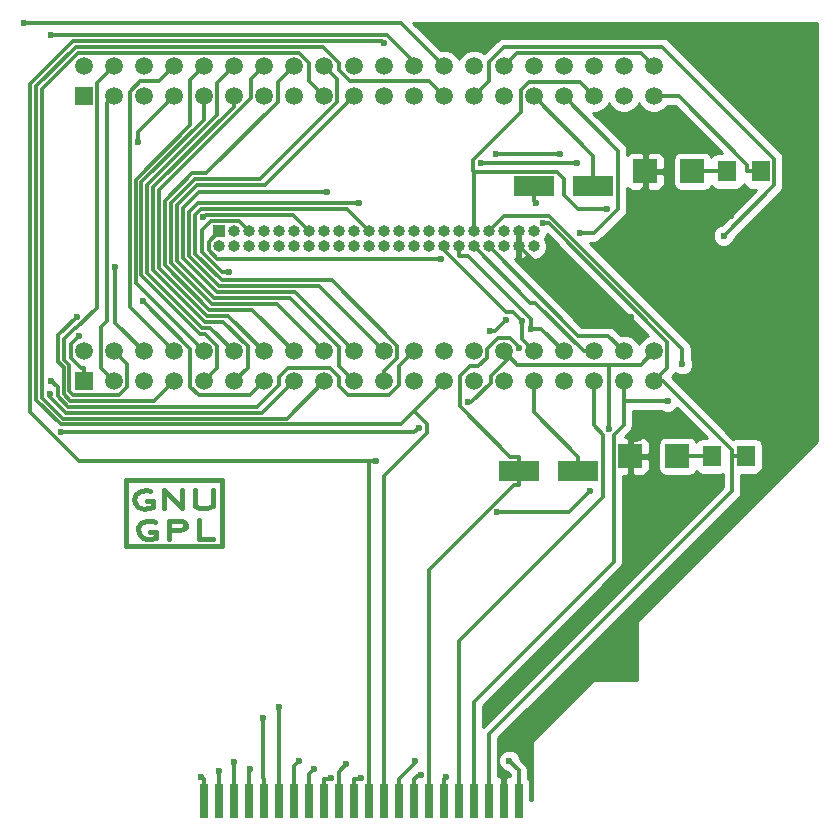
<source format=gtl>
G04 #@! TF.FileFunction,Copper,L1,Top,Signal*
%FSLAX46Y46*%
G04 Gerber Fmt 4.6, Leading zero omitted, Abs format (unit mm)*
G04 Created by KiCad (PCBNEW 4.0.2+dfsg1-stable) date Fri 01 Mar 2019 22:17:21 CET*
%MOMM*%
G01*
G04 APERTURE LIST*
%ADD10C,0.100000*%
%ADD11C,0.381000*%
%ADD12R,1.520000X1.520000*%
%ADD13C,1.520000*%
%ADD14R,0.635000X3.000000*%
%ADD15R,1.597660X1.800860*%
%ADD16R,2.000000X2.000000*%
%ADD17R,1.000000X1.000000*%
%ADD18O,1.000000X1.000000*%
%ADD19R,3.500120X1.800860*%
%ADD20C,0.600000*%
%ADD21C,0.300000*%
%ADD22C,0.254000*%
G04 APERTURE END LIST*
D10*
D11*
X141800580Y-106979720D02*
X141800580Y-108579920D01*
X141800580Y-108579920D02*
X142999460Y-108579920D01*
X139301220Y-108579920D02*
X139301220Y-107078780D01*
X139301220Y-107078780D02*
X140200380Y-107078780D01*
X140200380Y-107078780D02*
X140401040Y-107078780D01*
X140401040Y-107078780D02*
X140599160Y-107180380D01*
X140599160Y-107180380D02*
X140700760Y-107381040D01*
X140700760Y-107381040D02*
X140700760Y-107579160D01*
X140700760Y-107579160D02*
X140500100Y-107779820D01*
X140500100Y-107779820D02*
X140200380Y-107878880D01*
X140200380Y-107878880D02*
X139301220Y-107878880D01*
X138099800Y-107180380D02*
X137899140Y-107078780D01*
X137899140Y-107078780D02*
X137398760Y-107078780D01*
X137398760Y-107078780D02*
X137099040Y-107180380D01*
X137099040Y-107180380D02*
X136900920Y-107279440D01*
X136900920Y-107279440D02*
X136700260Y-107579160D01*
X136700260Y-107579160D02*
X136700260Y-107878880D01*
X136700260Y-107878880D02*
X136799320Y-108280200D01*
X136799320Y-108280200D02*
X137099040Y-108480860D01*
X137099040Y-108480860D02*
X137398760Y-108579920D01*
X137398760Y-108579920D02*
X137701020Y-108579920D01*
X137701020Y-108579920D02*
X138198860Y-108480860D01*
X138198860Y-108480860D02*
X138198860Y-107980480D01*
X138198860Y-107980480D02*
X137701020Y-107980480D01*
X141500860Y-104480360D02*
X141500860Y-105780840D01*
X141500860Y-105780840D02*
X141800580Y-105978960D01*
X141800580Y-105978960D02*
X142100300Y-105978960D01*
X142100300Y-105978960D02*
X142499080Y-105978960D01*
X142499080Y-105978960D02*
X142798800Y-105879900D01*
X142798800Y-105879900D02*
X142999460Y-105780840D01*
X142999460Y-105780840D02*
X142999460Y-104480360D01*
X138899900Y-105978960D02*
X138899900Y-104480360D01*
X138899900Y-104480360D02*
X140401040Y-105978960D01*
X140401040Y-105978960D02*
X140401040Y-104480360D01*
X137701020Y-104579420D02*
X137398760Y-104480360D01*
X137398760Y-104480360D02*
X136900920Y-104579420D01*
X136900920Y-104579420D02*
X136499600Y-104780080D01*
X136499600Y-104780080D02*
X136298940Y-105178860D01*
X136298940Y-105178860D02*
X136400540Y-105580180D01*
X136400540Y-105580180D02*
X136700260Y-105879900D01*
X136700260Y-105879900D02*
X137200640Y-106080560D01*
X137200640Y-106080560D02*
X137899140Y-105879900D01*
X137899140Y-105879900D02*
X137899140Y-105379520D01*
X137899140Y-105379520D02*
X137398760Y-105379520D01*
X135636000Y-103632000D02*
X143764000Y-103632000D01*
X143764000Y-103632000D02*
X143764000Y-109220000D01*
X143764000Y-109220000D02*
X135636000Y-109220000D01*
X135636000Y-109220000D02*
X135636000Y-103632000D01*
D12*
X132080000Y-71120000D03*
D13*
X132080000Y-68580000D03*
X134620000Y-71120000D03*
X134620000Y-68580000D03*
X137160000Y-71120000D03*
X137160000Y-68580000D03*
X139700000Y-71120000D03*
X139700000Y-68580000D03*
X142240000Y-71120000D03*
X142240000Y-68580000D03*
X144780000Y-71120000D03*
X144780000Y-68580000D03*
X147320000Y-71120000D03*
X147320000Y-68580000D03*
X149860000Y-71120000D03*
X149860000Y-68580000D03*
X152400000Y-71120000D03*
X152400000Y-68580000D03*
X154940000Y-71120000D03*
X154940000Y-68580000D03*
X157480000Y-71120000D03*
X157480000Y-68580000D03*
X160020000Y-71120000D03*
X160020000Y-68580000D03*
X162560000Y-71120000D03*
X162560000Y-68580000D03*
X165100000Y-71120000D03*
X165100000Y-68580000D03*
X167640000Y-71120000D03*
X167640000Y-68580000D03*
X170180000Y-71120000D03*
X170180000Y-68580000D03*
X172720000Y-71120000D03*
X172720000Y-68580000D03*
X175260000Y-71120000D03*
X175260000Y-68580000D03*
X177800000Y-71120000D03*
X177800000Y-68580000D03*
X180340000Y-71120000D03*
X180340000Y-68580000D03*
D14*
X142240000Y-130810000D03*
X143510000Y-130810000D03*
X144780000Y-130810000D03*
X146050000Y-130810000D03*
X147320000Y-130810000D03*
X148590000Y-130810000D03*
X149860000Y-130810000D03*
X151130000Y-130810000D03*
X152400000Y-130810000D03*
X153670000Y-130810000D03*
X154940000Y-130810000D03*
X156210000Y-130810000D03*
X157480000Y-130810000D03*
X158750000Y-130810000D03*
X160020000Y-130810000D03*
X161290000Y-130810000D03*
X162560000Y-130810000D03*
X163830000Y-130810000D03*
X165100000Y-130810000D03*
X166370000Y-130810000D03*
X167640000Y-130810000D03*
X168910000Y-130810000D03*
D15*
X185270140Y-101600000D03*
X188109860Y-101600000D03*
X186540140Y-77470000D03*
X189379860Y-77470000D03*
D16*
X182340000Y-101600000D03*
X178340000Y-101600000D03*
X183610000Y-77470000D03*
X179610000Y-77470000D03*
D12*
X132080000Y-95250000D03*
D13*
X132080000Y-92710000D03*
X134620000Y-95250000D03*
X134620000Y-92710000D03*
X137160000Y-95250000D03*
X137160000Y-92710000D03*
X139700000Y-95250000D03*
X139700000Y-92710000D03*
X142240000Y-95250000D03*
X142240000Y-92710000D03*
X144780000Y-95250000D03*
X144780000Y-92710000D03*
X147320000Y-95250000D03*
X147320000Y-92710000D03*
X149860000Y-95250000D03*
X149860000Y-92710000D03*
X152400000Y-95250000D03*
X152400000Y-92710000D03*
X154940000Y-95250000D03*
X154940000Y-92710000D03*
X157480000Y-95250000D03*
X157480000Y-92710000D03*
X160020000Y-95250000D03*
X160020000Y-92710000D03*
X162560000Y-95250000D03*
X162560000Y-92710000D03*
X165100000Y-95250000D03*
X165100000Y-92710000D03*
X167640000Y-95250000D03*
X167640000Y-92710000D03*
X170180000Y-95250000D03*
X170180000Y-92710000D03*
X172720000Y-95250000D03*
X172720000Y-92710000D03*
X175260000Y-95250000D03*
X175260000Y-92710000D03*
X177800000Y-95250000D03*
X177800000Y-92710000D03*
X180340000Y-95250000D03*
X180340000Y-92710000D03*
D17*
X143510000Y-82550000D03*
D18*
X143510000Y-83820000D03*
X144780000Y-82550000D03*
X144780000Y-83820000D03*
X146050000Y-82550000D03*
X146050000Y-83820000D03*
X147320000Y-82550000D03*
X147320000Y-83820000D03*
X148590000Y-82550000D03*
X148590000Y-83820000D03*
X149860000Y-82550000D03*
X149860000Y-83820000D03*
X151130000Y-82550000D03*
X151130000Y-83820000D03*
X152400000Y-82550000D03*
X152400000Y-83820000D03*
X153670000Y-82550000D03*
X153670000Y-83820000D03*
X154940000Y-82550000D03*
X154940000Y-83820000D03*
X156210000Y-82550000D03*
X156210000Y-83820000D03*
X157480000Y-82550000D03*
X157480000Y-83820000D03*
X158750000Y-82550000D03*
X158750000Y-83820000D03*
X160020000Y-82550000D03*
X160020000Y-83820000D03*
X161290000Y-82550000D03*
X161290000Y-83820000D03*
X162560000Y-82550000D03*
X162560000Y-83820000D03*
X163830000Y-82550000D03*
X163830000Y-83820000D03*
X165100000Y-82550000D03*
X165100000Y-83820000D03*
X166370000Y-82550000D03*
X166370000Y-83820000D03*
X167640000Y-82550000D03*
X167640000Y-83820000D03*
X168910000Y-82550000D03*
X168910000Y-83820000D03*
X170180000Y-82550000D03*
X170180000Y-83820000D03*
D19*
X170220640Y-78740000D03*
X175219360Y-78740000D03*
X168950640Y-102870000D03*
X173949360Y-102870000D03*
D20*
X170934700Y-81874400D03*
X131665800Y-91427400D03*
X142006200Y-128787600D03*
X162351700Y-84885400D03*
X143510000Y-128248500D03*
X144780000Y-127454200D03*
X144335600Y-85995400D03*
X136662500Y-75021900D03*
X131469900Y-89771800D03*
X146167000Y-128088200D03*
X147210600Y-123794900D03*
X148590000Y-122860700D03*
X137072900Y-88469300D03*
X142204100Y-81373900D03*
X150316800Y-127390600D03*
X151552800Y-128049000D03*
X129211900Y-96325700D03*
X153017200Y-128853600D03*
X154284700Y-127694200D03*
X155557000Y-128853600D03*
X156824200Y-101985800D03*
X157494200Y-66637700D03*
X160102400Y-127418900D03*
X167098000Y-106321700D03*
X174957300Y-104517900D03*
X186242600Y-82915100D03*
X160585400Y-128563300D03*
X167827300Y-90042200D03*
X166461500Y-90993900D03*
X170378200Y-80148300D03*
X168907000Y-92430400D03*
X162733600Y-128786100D03*
X166989600Y-75980600D03*
X172358800Y-75980600D03*
X174065200Y-82730600D03*
X176371100Y-80639100D03*
X182753600Y-93804500D03*
X181498100Y-96959000D03*
X167640000Y-128798000D03*
X179000700Y-79429700D03*
X179083200Y-100054900D03*
X186892900Y-81224100D03*
X178432400Y-89783300D03*
X164570800Y-97030800D03*
X168102900Y-127363500D03*
X176511600Y-99317500D03*
X134722300Y-85542800D03*
X152681300Y-79220300D03*
X155416700Y-80127100D03*
X129338500Y-95197600D03*
X129338500Y-65944200D03*
X160436900Y-99169900D03*
X130163000Y-99557800D03*
X126973300Y-64949500D03*
X169173800Y-90123800D03*
X169971600Y-90811900D03*
X173857600Y-76750700D03*
X165701300Y-76750700D03*
D21*
X182340000Y-101600000D02*
X185270100Y-101600000D01*
X188109900Y-101600000D02*
X186960800Y-101600000D01*
X186960800Y-104556100D02*
X186960800Y-101600000D01*
X166370000Y-125146900D02*
X186960800Y-104556100D01*
X166370000Y-130810000D02*
X166370000Y-125146900D01*
X181124300Y-95250000D02*
X180340000Y-95250000D01*
X186960800Y-101086500D02*
X181124300Y-95250000D01*
X186960800Y-101600000D02*
X186960800Y-101086500D01*
X171443200Y-81874400D02*
X170934700Y-81874400D01*
X181469400Y-91900600D02*
X171443200Y-81874400D01*
X181469400Y-94120600D02*
X181469400Y-91900600D01*
X180340000Y-95250000D02*
X181469400Y-94120600D01*
X183610000Y-77470000D02*
X186540100Y-77470000D01*
X182455300Y-71120000D02*
X180340000Y-71120000D01*
X188230800Y-76895500D02*
X182455300Y-71120000D01*
X188230800Y-77470000D02*
X188230800Y-76895500D01*
X189379900Y-77470000D02*
X188230800Y-77470000D01*
X176492200Y-91402200D02*
X177800000Y-92710000D01*
X173952200Y-91402200D02*
X176492200Y-91402200D01*
X166370000Y-83820000D02*
X173952200Y-91402200D01*
X130969600Y-92123600D02*
X131665800Y-91427400D01*
X130969600Y-93265400D02*
X130969600Y-92123600D01*
X131843900Y-94139700D02*
X130969600Y-93265400D01*
X132080000Y-94139700D02*
X131843900Y-94139700D01*
X132080000Y-95250000D02*
X132080000Y-94139700D01*
X142240000Y-130810000D02*
X142240000Y-128959700D01*
X142178300Y-128959700D02*
X142240000Y-128959700D01*
X142006200Y-128787600D02*
X142178300Y-128959700D01*
X143372800Y-84885400D02*
X162351700Y-84885400D01*
X142640700Y-84153300D02*
X143372800Y-84885400D01*
X142640700Y-83419300D02*
X142640700Y-84153300D01*
X143510000Y-82550000D02*
X142640700Y-83419300D01*
X134072000Y-71668000D02*
X134620000Y-71120000D01*
X134072000Y-90106000D02*
X134072000Y-71668000D01*
X133508700Y-90669300D02*
X134072000Y-90106000D01*
X133508700Y-94138700D02*
X133508700Y-90669300D01*
X134620000Y-95250000D02*
X133508700Y-94138700D01*
X143510000Y-128248500D02*
X143510000Y-130810000D01*
X144780000Y-130810000D02*
X144780000Y-127454200D01*
X145185200Y-81685200D02*
X146050000Y-82550000D01*
X142879400Y-81685200D02*
X145185200Y-81685200D01*
X142121300Y-82443300D02*
X142879400Y-81685200D01*
X142121300Y-84341600D02*
X142121300Y-82443300D01*
X143775100Y-85995400D02*
X142121300Y-84341600D01*
X144335600Y-85995400D02*
X143775100Y-85995400D01*
X136662500Y-74157500D02*
X136662500Y-75021900D01*
X139700000Y-71120000D02*
X136662500Y-74157500D01*
X138043800Y-96906200D02*
X139700000Y-95250000D01*
X130948400Y-96906200D02*
X138043800Y-96906200D01*
X130362600Y-96320400D02*
X130948400Y-96906200D01*
X130362600Y-94073600D02*
X130362600Y-96320400D01*
X129927300Y-93638300D02*
X130362600Y-94073600D01*
X129927300Y-91314400D02*
X129927300Y-93638300D01*
X131469900Y-89771800D02*
X129927300Y-91314400D01*
X146050000Y-128205200D02*
X146167000Y-128088200D01*
X146050000Y-130810000D02*
X146050000Y-128205200D01*
X143351100Y-94138900D02*
X142240000Y-95250000D01*
X143351100Y-92239300D02*
X143351100Y-94138900D01*
X142315800Y-91204000D02*
X143351100Y-92239300D01*
X141889300Y-91204000D02*
X142315800Y-91204000D01*
X136954500Y-86269200D02*
X141889300Y-91204000D01*
X136954500Y-78412600D02*
X136954500Y-86269200D01*
X142240000Y-73127100D02*
X136954500Y-78412600D01*
X142240000Y-71120000D02*
X142240000Y-73127100D01*
X147210600Y-128850300D02*
X147320000Y-128959700D01*
X147210600Y-123794900D02*
X147210600Y-128850300D01*
X147320000Y-130810000D02*
X147320000Y-128959700D01*
X144780000Y-72002100D02*
X144780000Y-71120000D01*
X137955100Y-78827000D02*
X144780000Y-72002100D01*
X137955100Y-85854800D02*
X137955100Y-78827000D01*
X142303700Y-90203400D02*
X137955100Y-85854800D01*
X143859700Y-90203400D02*
X142303700Y-90203400D01*
X145942800Y-92286500D02*
X143859700Y-90203400D01*
X145942800Y-94087200D02*
X145942800Y-92286500D01*
X144780000Y-95250000D02*
X145942800Y-94087200D01*
X148590000Y-130810000D02*
X148590000Y-122860700D01*
X141106500Y-92502900D02*
X137072900Y-88469300D01*
X141106500Y-95698800D02*
X141106500Y-92502900D01*
X141813100Y-96405400D02*
X141106500Y-95698800D01*
X146164600Y-96405400D02*
X141813100Y-96405400D01*
X147320000Y-95250000D02*
X146164600Y-96405400D01*
X149860000Y-127847400D02*
X149860000Y-130810000D01*
X150316800Y-127390600D02*
X149860000Y-127847400D01*
X142404100Y-81173900D02*
X142204100Y-81373900D01*
X149753900Y-81173900D02*
X142404100Y-81173900D01*
X151130000Y-82550000D02*
X149753900Y-81173900D01*
X151130000Y-128471800D02*
X151552800Y-128049000D01*
X151130000Y-130810000D02*
X151130000Y-128471800D01*
X147203200Y-97906800D02*
X149860000Y-95250000D01*
X130534000Y-97906800D02*
X147203200Y-97906800D01*
X129211900Y-96584700D02*
X130534000Y-97906800D01*
X129211900Y-96325700D02*
X129211900Y-96584700D01*
X152911100Y-128959700D02*
X153017200Y-128853600D01*
X152400000Y-128959700D02*
X152911100Y-128959700D01*
X152400000Y-130810000D02*
X152400000Y-128959700D01*
X149242900Y-98407100D02*
X152400000Y-95250000D01*
X130326800Y-98407100D02*
X149242900Y-98407100D01*
X128561600Y-96641900D02*
X130326800Y-98407100D01*
X128561600Y-70483000D02*
X128561600Y-96641900D01*
X131595400Y-67449200D02*
X128561600Y-70483000D01*
X150300200Y-67449200D02*
X131595400Y-67449200D01*
X151130000Y-68279000D02*
X150300200Y-67449200D01*
X151130000Y-69850000D02*
X151130000Y-68279000D01*
X152400000Y-71120000D02*
X151130000Y-69850000D01*
X153670000Y-128308900D02*
X154284700Y-127694200D01*
X153670000Y-130810000D02*
X153670000Y-128308900D01*
X153670000Y-93980000D02*
X154940000Y-95250000D01*
X153670000Y-92351700D02*
X153670000Y-93980000D01*
X149520500Y-88202200D02*
X153670000Y-92351700D01*
X143132500Y-88202200D02*
X149520500Y-88202200D01*
X139956300Y-85026000D02*
X143132500Y-88202200D01*
X139956300Y-80363300D02*
X139956300Y-85026000D01*
X141693400Y-78626200D02*
X139956300Y-80363300D01*
X147433800Y-78626200D02*
X141693400Y-78626200D01*
X154940000Y-71120000D02*
X147433800Y-78626200D01*
X155450900Y-128959700D02*
X155557000Y-128853600D01*
X154940000Y-128959700D02*
X155450900Y-128959700D01*
X154940000Y-130810000D02*
X154940000Y-128959700D01*
X157480000Y-94411400D02*
X157480000Y-95250000D01*
X158595800Y-93295600D02*
X157480000Y-94411400D01*
X158595800Y-92230300D02*
X158595800Y-93295600D01*
X153060600Y-86695100D02*
X158595800Y-92230300D01*
X143748100Y-86695100D02*
X153060600Y-86695100D01*
X141523200Y-84470200D02*
X143748100Y-86695100D01*
X141523200Y-81135100D02*
X141523200Y-84470200D01*
X141984800Y-80673500D02*
X141523200Y-81135100D01*
X154333500Y-80673500D02*
X141984800Y-80673500D01*
X156210000Y-82550000D02*
X154333500Y-80673500D01*
X156210000Y-130810000D02*
X156210000Y-128959700D01*
X156210000Y-101985800D02*
X156210000Y-128959700D01*
X131671400Y-101985800D02*
X156210000Y-101985800D01*
X127561000Y-97875400D02*
X131671400Y-101985800D01*
X127561000Y-70068100D02*
X127561000Y-97875400D01*
X131184600Y-66444500D02*
X127561000Y-70068100D01*
X157301000Y-66444500D02*
X131184600Y-66444500D01*
X157494200Y-66637700D02*
X157301000Y-66444500D01*
X156210000Y-101985800D02*
X156824200Y-101985800D01*
X157480000Y-103238300D02*
X157480000Y-130810000D01*
X161110800Y-99607500D02*
X157480000Y-103238300D01*
X161110800Y-98827300D02*
X161110800Y-99607500D01*
X160046800Y-97763200D02*
X161110800Y-98827300D01*
X158902600Y-98907400D02*
X160046800Y-97763200D01*
X130119600Y-98907400D02*
X158902600Y-98907400D01*
X128061300Y-96849100D02*
X130119600Y-98907400D01*
X128061300Y-70275800D02*
X128061300Y-96849100D01*
X131388200Y-66948900D02*
X128061300Y-70275800D01*
X152349700Y-66948900D02*
X131388200Y-66948900D01*
X153670000Y-68269200D02*
X152349700Y-66948900D01*
X153670000Y-68918600D02*
X153670000Y-68269200D01*
X154601400Y-69850000D02*
X153670000Y-68918600D01*
X161290000Y-69850000D02*
X154601400Y-69850000D01*
X162560000Y-71120000D02*
X161290000Y-69850000D01*
X160046800Y-97763200D02*
X162560000Y-95250000D01*
X158750000Y-130810000D02*
X158750000Y-128959700D01*
X160102400Y-127607300D02*
X160102400Y-127418900D01*
X158750000Y-128959700D02*
X160102400Y-127607300D01*
X173153500Y-106321700D02*
X174957300Y-104517900D01*
X167098000Y-106321700D02*
X173153500Y-106321700D01*
X166370000Y-69850000D02*
X165100000Y-71120000D01*
X166370000Y-68217800D02*
X166370000Y-69850000D01*
X167660000Y-66927800D02*
X166370000Y-68217800D01*
X181053300Y-66927800D02*
X167660000Y-66927800D01*
X190529100Y-76403600D02*
X181053300Y-66927800D01*
X190529100Y-78628600D02*
X190529100Y-76403600D01*
X186242600Y-82915100D02*
X190529100Y-78628600D01*
X160020000Y-130810000D02*
X160020000Y-128959700D01*
X160416400Y-128563300D02*
X160585400Y-128563300D01*
X160020000Y-128959700D02*
X160416400Y-128563300D01*
X166875600Y-90993900D02*
X166461500Y-90993900D01*
X167827300Y-90042200D02*
X166875600Y-90993900D01*
X170220600Y-78740000D02*
X170220600Y-79990700D01*
X170220600Y-79990700D02*
X170378200Y-80148300D01*
X168950600Y-103495300D02*
X168950600Y-103995600D01*
X168950600Y-103495300D02*
X168950600Y-102870000D01*
X168950600Y-102870000D02*
X168950600Y-101619300D01*
X168907000Y-92352500D02*
X168907000Y-92430400D01*
X168149200Y-91594700D02*
X168907000Y-92352500D01*
X167117300Y-91594700D02*
X168149200Y-91594700D01*
X166210400Y-92501600D02*
X167117300Y-91594700D01*
X166210400Y-93253400D02*
X166210400Y-92501600D01*
X165483800Y-93980000D02*
X166210400Y-93253400D01*
X164757000Y-93980000D02*
X165483800Y-93980000D01*
X163920000Y-94817000D02*
X164757000Y-93980000D01*
X163920000Y-97341200D02*
X163920000Y-94817000D01*
X168198100Y-101619300D02*
X163920000Y-97341200D01*
X168950600Y-101619300D02*
X168198100Y-101619300D01*
X161290000Y-111210100D02*
X161290000Y-130810000D01*
X168504500Y-103995600D02*
X161290000Y-111210100D01*
X168950600Y-103995600D02*
X168504500Y-103995600D01*
X162560000Y-130810000D02*
X162560000Y-128959700D01*
X162560000Y-128959700D02*
X162733600Y-128786100D01*
X172358800Y-75980600D02*
X166989600Y-75980600D01*
X175267500Y-82730600D02*
X174065200Y-82730600D01*
X177322300Y-80675800D02*
X175267500Y-82730600D01*
X177322300Y-75722300D02*
X177322300Y-80675800D01*
X172720000Y-71120000D02*
X177322300Y-75722300D01*
X165100000Y-82550000D02*
X165100000Y-81699700D01*
X165100000Y-77489200D02*
X165100000Y-81699700D01*
X165051000Y-77440200D02*
X165100000Y-77489200D01*
X165051000Y-76481400D02*
X165051000Y-77440200D01*
X169069600Y-72462800D02*
X165051000Y-76481400D01*
X169069600Y-70617300D02*
X169069600Y-72462800D01*
X169741000Y-69945900D02*
X169069600Y-70617300D01*
X174085900Y-69945900D02*
X169741000Y-69945900D01*
X175260000Y-71120000D02*
X174085900Y-69945900D01*
X173921500Y-80639100D02*
X176371100Y-80639100D01*
X172720000Y-79437600D02*
X173921500Y-80639100D01*
X172720000Y-78093500D02*
X172720000Y-79437600D01*
X172115700Y-77489200D02*
X172720000Y-78093500D01*
X165100000Y-77489200D02*
X172115700Y-77489200D01*
X163830000Y-117254500D02*
X163830000Y-130810000D01*
X176049900Y-105034600D02*
X163830000Y-117254500D01*
X176049900Y-99775400D02*
X176049900Y-105034600D01*
X175260000Y-98985500D02*
X176049900Y-99775400D01*
X175260000Y-95250000D02*
X175260000Y-98985500D01*
X165100000Y-130810000D02*
X165100000Y-128959700D01*
X181498100Y-96959000D02*
X177800000Y-96959000D01*
X177800000Y-98948800D02*
X177800000Y-96959000D01*
X176960100Y-99788700D02*
X177800000Y-98948800D01*
X176960100Y-110541000D02*
X176960100Y-99788700D01*
X165100000Y-122401100D02*
X176960100Y-110541000D01*
X165100000Y-128959700D02*
X165100000Y-122401100D01*
X177800000Y-96959000D02*
X177800000Y-95250000D01*
X167695900Y-81224100D02*
X166370000Y-82550000D01*
X171500400Y-81224100D02*
X167695900Y-81224100D01*
X182753600Y-92477300D02*
X171500400Y-81224100D01*
X182753600Y-93804500D02*
X182753600Y-92477300D01*
X167640000Y-130810000D02*
X167640000Y-128798000D01*
X179610000Y-77470000D02*
X179610000Y-78820300D01*
X179000700Y-79429600D02*
X179610000Y-78820300D01*
X179000700Y-79429700D02*
X179000700Y-79429600D01*
X178888400Y-100249700D02*
X179083200Y-100054900D01*
X178340000Y-100249700D02*
X178888400Y-100249700D01*
X178340000Y-101600000D02*
X178340000Y-100249700D01*
X174873300Y-89783300D02*
X178432400Y-89783300D01*
X168910000Y-83820000D02*
X174873300Y-89783300D01*
X180795100Y-81224100D02*
X186892900Y-81224100D01*
X179000700Y-79429700D02*
X180795100Y-81224100D01*
X168124800Y-93194800D02*
X167640000Y-92710000D01*
X168910000Y-128170600D02*
X168910000Y-130810000D01*
X168102900Y-127363500D02*
X168910000Y-128170600D01*
X176511600Y-93833300D02*
X176511600Y-99317500D01*
X179216700Y-93833300D02*
X176511600Y-93833300D01*
X180340000Y-92710000D02*
X179216700Y-93833300D01*
X168763300Y-93833300D02*
X168124800Y-93194800D01*
X176511600Y-93833300D02*
X168763300Y-93833300D01*
X164900800Y-97030800D02*
X164570800Y-97030800D01*
X166529600Y-95402000D02*
X164900800Y-97030800D01*
X166529600Y-94790000D02*
X166529600Y-95402000D01*
X168124800Y-93194800D02*
X166529600Y-94790000D01*
X179214200Y-67454200D02*
X180340000Y-68580000D01*
X168765800Y-67454200D02*
X179214200Y-67454200D01*
X167640000Y-68580000D02*
X168765800Y-67454200D01*
X133190400Y-70009600D02*
X134620000Y-68580000D01*
X133190400Y-89035000D02*
X133190400Y-70009600D01*
X131448400Y-90777000D02*
X133190400Y-89035000D01*
X131339200Y-90777000D02*
X131448400Y-90777000D01*
X130427600Y-91688600D02*
X131339200Y-90777000D01*
X130427600Y-93431100D02*
X130427600Y-91688600D01*
X130862900Y-93866400D02*
X130427600Y-93431100D01*
X130862900Y-96113200D02*
X130862900Y-93866400D01*
X131155600Y-96405900D02*
X130862900Y-96113200D01*
X135056300Y-96405900D02*
X131155600Y-96405900D01*
X135733800Y-95728400D02*
X135056300Y-96405900D01*
X135733800Y-93823800D02*
X135733800Y-95728400D01*
X134620000Y-92710000D02*
X135733800Y-93823800D01*
X134722300Y-90272300D02*
X134722300Y-85542800D01*
X137160000Y-92710000D02*
X134722300Y-90272300D01*
X138430000Y-69850000D02*
X139700000Y-68580000D01*
X136817000Y-69850000D02*
X138430000Y-69850000D01*
X135947900Y-70719100D02*
X136817000Y-69850000D01*
X135947900Y-88957900D02*
X135947900Y-70719100D01*
X139700000Y-92710000D02*
X135947900Y-88957900D01*
X136454200Y-86924200D02*
X142240000Y-92710000D01*
X136454200Y-78205400D02*
X136454200Y-86924200D01*
X141104100Y-73555500D02*
X136454200Y-78205400D01*
X141104100Y-69715900D02*
X141104100Y-73555500D01*
X142240000Y-68580000D02*
X141104100Y-69715900D01*
X142773700Y-90703700D02*
X144780000Y-92710000D01*
X142096500Y-90703700D02*
X142773700Y-90703700D01*
X137454800Y-86062000D02*
X142096500Y-90703700D01*
X137454800Y-78619800D02*
X137454800Y-86062000D01*
X143357200Y-72717400D02*
X137454800Y-78619800D01*
X143357200Y-70002800D02*
X143357200Y-72717400D01*
X144780000Y-68580000D02*
X143357200Y-70002800D01*
X146209600Y-69690400D02*
X147320000Y-68580000D01*
X146209600Y-71280000D02*
X146209600Y-69690400D01*
X138455400Y-79034200D02*
X146209600Y-71280000D01*
X138455400Y-85647600D02*
X138455400Y-79034200D01*
X142510900Y-89703100D02*
X138455400Y-85647600D01*
X144313100Y-89703100D02*
X142510900Y-89703100D01*
X147320000Y-92710000D02*
X144313100Y-89703100D01*
X148493200Y-69946800D02*
X149860000Y-68580000D01*
X148493200Y-71560900D02*
X148493200Y-69946800D01*
X142428700Y-77625400D02*
X148493200Y-71560900D01*
X141279200Y-77625400D02*
X142428700Y-77625400D01*
X138955700Y-79948900D02*
X141279200Y-77625400D01*
X138955700Y-85440400D02*
X138955700Y-79948900D01*
X142718100Y-89202800D02*
X138955700Y-85440400D01*
X146352800Y-89202800D02*
X142718100Y-89202800D01*
X149860000Y-92710000D02*
X146352800Y-89202800D01*
X153511200Y-69691200D02*
X152400000Y-68580000D01*
X153511200Y-71596600D02*
X153511200Y-69691200D01*
X146982100Y-78125700D02*
X153511200Y-71596600D01*
X141486400Y-78125700D02*
X146982100Y-78125700D01*
X139456000Y-80156100D02*
X141486400Y-78125700D01*
X139456000Y-85233200D02*
X139456000Y-80156100D01*
X142925300Y-88702500D02*
X139456000Y-85233200D01*
X148392500Y-88702500D02*
X142925300Y-88702500D01*
X152400000Y-92710000D02*
X148392500Y-88702500D01*
X149931900Y-87701900D02*
X154940000Y-92710000D01*
X143339700Y-87701900D02*
X149931900Y-87701900D01*
X140456600Y-84818800D02*
X143339700Y-87701900D01*
X140456600Y-80592700D02*
X140456600Y-84818800D01*
X141829000Y-79220300D02*
X140456600Y-80592700D01*
X152681300Y-79220300D02*
X141829000Y-79220300D01*
X151971600Y-87201600D02*
X157480000Y-92710000D01*
X143546900Y-87201600D02*
X151971600Y-87201600D01*
X140956900Y-84611600D02*
X143546900Y-87201600D01*
X140956900Y-80897500D02*
X140956900Y-84611600D01*
X141727300Y-80127100D02*
X140956900Y-80897500D01*
X155416700Y-80127100D02*
X141727300Y-80127100D01*
X157720400Y-65944200D02*
X129338500Y-65944200D01*
X160020000Y-68243800D02*
X157720400Y-65944200D01*
X160020000Y-68580000D02*
X160020000Y-68243800D01*
X129862300Y-95721400D02*
X129338500Y-95197600D01*
X129862300Y-96527600D02*
X129862300Y-95721400D01*
X130741200Y-97406500D02*
X129862300Y-96527600D01*
X146749800Y-97406500D02*
X130741200Y-97406500D01*
X148590000Y-95566300D02*
X146749800Y-97406500D01*
X148590000Y-94906900D02*
X148590000Y-95566300D01*
X149357300Y-94139600D02*
X148590000Y-94906900D01*
X152888100Y-94139600D02*
X149357300Y-94139600D01*
X153670000Y-94921500D02*
X152888100Y-94139600D01*
X153670000Y-95622800D02*
X153670000Y-94921500D01*
X154445200Y-96398000D02*
X153670000Y-95622800D01*
X157912600Y-96398000D02*
X154445200Y-96398000D01*
X158778000Y-95532600D02*
X157912600Y-96398000D01*
X158778000Y-93952000D02*
X158778000Y-95532600D01*
X160020000Y-92710000D02*
X158778000Y-93952000D01*
X158929500Y-64949500D02*
X162560000Y-68580000D01*
X126973300Y-64949500D02*
X158929500Y-64949500D01*
X160049000Y-99557800D02*
X160436900Y-99169900D01*
X130163000Y-99557800D02*
X160049000Y-99557800D01*
X162560000Y-84118800D02*
X162560000Y-83820000D01*
X167833100Y-89391900D02*
X162560000Y-84118800D01*
X168441900Y-89391900D02*
X167833100Y-89391900D01*
X169173800Y-90123800D02*
X168441900Y-89391900D01*
X169173800Y-91703800D02*
X169173800Y-90123800D01*
X170180000Y-92710000D02*
X169173800Y-91703800D01*
X163830000Y-83820000D02*
X163830000Y-84670300D01*
X170821900Y-90811900D02*
X172720000Y-92710000D01*
X169971600Y-90811900D02*
X170821900Y-90811900D01*
X164640000Y-84670300D02*
X163830000Y-84670300D01*
X169971600Y-90001900D02*
X164640000Y-84670300D01*
X169971600Y-90811900D02*
X169971600Y-90001900D01*
X174397000Y-92710000D02*
X175260000Y-92710000D01*
X170289400Y-88602400D02*
X174397000Y-92710000D01*
X169882400Y-88602400D02*
X170289400Y-88602400D01*
X165100000Y-83820000D02*
X169882400Y-88602400D01*
X170180000Y-97849900D02*
X170180000Y-95250000D01*
X173949400Y-101619300D02*
X170180000Y-97849900D01*
X173949400Y-102870000D02*
X173949400Y-101619300D01*
X175219400Y-78740000D02*
X175219400Y-77489300D01*
X175219400Y-76159400D02*
X170180000Y-71120000D01*
X175219400Y-77489300D02*
X175219400Y-76159400D01*
X165701300Y-76750700D02*
X173857600Y-76750700D01*
D22*
G36*
X194183000Y-100277394D02*
X178980197Y-115480197D01*
X178952334Y-115522211D01*
X178943000Y-115570000D01*
X178943000Y-120523000D01*
X175260000Y-120523000D01*
X175210590Y-120533006D01*
X175170197Y-120560197D01*
X170090197Y-125640197D01*
X170062334Y-125682211D01*
X170053000Y-125730000D01*
X170053000Y-130683000D01*
X169874940Y-130683000D01*
X169874940Y-129310000D01*
X169830662Y-129074683D01*
X169695000Y-128863858D01*
X169695000Y-128170600D01*
X169635245Y-127870194D01*
X169465079Y-127615521D01*
X169038053Y-127188495D01*
X169038062Y-127178333D01*
X168896017Y-126834557D01*
X168633227Y-126571308D01*
X168289699Y-126428662D01*
X167917733Y-126428338D01*
X167573957Y-126570383D01*
X167310708Y-126833173D01*
X167168062Y-127176701D01*
X167167738Y-127548667D01*
X167309783Y-127892443D01*
X167572573Y-128155692D01*
X167916101Y-128298338D01*
X167927590Y-128298348D01*
X168125000Y-128495758D01*
X168125000Y-128692062D01*
X168083809Y-128675000D01*
X167925750Y-128675000D01*
X167767000Y-128833750D01*
X167767000Y-130683000D01*
X167513000Y-130683000D01*
X167513000Y-128833750D01*
X167354250Y-128675000D01*
X167196191Y-128675000D01*
X167155000Y-128692062D01*
X167155000Y-125472058D01*
X187515879Y-105111179D01*
X187686045Y-104856506D01*
X187745801Y-104556100D01*
X187745800Y-104556095D01*
X187745800Y-103147870D01*
X188908690Y-103147870D01*
X189144007Y-103103592D01*
X189360131Y-102964520D01*
X189505121Y-102752320D01*
X189556130Y-102500430D01*
X189556130Y-100699570D01*
X189511852Y-100464253D01*
X189372780Y-100248129D01*
X189160580Y-100103139D01*
X188908690Y-100052130D01*
X187311030Y-100052130D01*
X187080050Y-100095592D01*
X181842308Y-94857850D01*
X182024479Y-94675679D01*
X182135803Y-94509069D01*
X182223273Y-94596692D01*
X182566801Y-94739338D01*
X182938767Y-94739662D01*
X183282543Y-94597617D01*
X183545792Y-94334827D01*
X183688438Y-93991299D01*
X183688762Y-93619333D01*
X183546717Y-93275557D01*
X183538600Y-93267426D01*
X183538600Y-92477300D01*
X183492439Y-92245233D01*
X183478845Y-92176893D01*
X183308679Y-91922221D01*
X174902058Y-83515600D01*
X175267500Y-83515600D01*
X175567907Y-83455845D01*
X175822579Y-83285679D01*
X177877379Y-81230879D01*
X178047545Y-80976207D01*
X178107300Y-80675800D01*
X178107300Y-78865326D01*
X178250302Y-79008327D01*
X178483691Y-79105000D01*
X179324250Y-79105000D01*
X179483000Y-78946250D01*
X179483000Y-77597000D01*
X179737000Y-77597000D01*
X179737000Y-78946250D01*
X179895750Y-79105000D01*
X180736309Y-79105000D01*
X180969698Y-79008327D01*
X181148327Y-78829699D01*
X181245000Y-78596310D01*
X181245000Y-77755750D01*
X181086250Y-77597000D01*
X179737000Y-77597000D01*
X179483000Y-77597000D01*
X179463000Y-77597000D01*
X179463000Y-77343000D01*
X179483000Y-77343000D01*
X179483000Y-75993750D01*
X179737000Y-75993750D01*
X179737000Y-77343000D01*
X181086250Y-77343000D01*
X181245000Y-77184250D01*
X181245000Y-76343690D01*
X181148327Y-76110301D01*
X180969698Y-75931673D01*
X180736309Y-75835000D01*
X179895750Y-75835000D01*
X179737000Y-75993750D01*
X179483000Y-75993750D01*
X179324250Y-75835000D01*
X178483691Y-75835000D01*
X178250302Y-75931673D01*
X178107300Y-76074674D01*
X178107300Y-75722300D01*
X178049984Y-75434155D01*
X178047545Y-75421893D01*
X177877379Y-75167221D01*
X175225129Y-72514971D01*
X175536265Y-72515242D01*
X176049172Y-72303313D01*
X176441934Y-71911236D01*
X176529954Y-71699262D01*
X176616687Y-71909172D01*
X177008764Y-72301934D01*
X177521300Y-72514758D01*
X178076265Y-72515242D01*
X178589172Y-72303313D01*
X178981934Y-71911236D01*
X179069954Y-71699262D01*
X179156687Y-71909172D01*
X179548764Y-72301934D01*
X180061300Y-72514758D01*
X180616265Y-72515242D01*
X181129172Y-72303313D01*
X181521934Y-71911236D01*
X181524523Y-71905000D01*
X182130142Y-71905000D01*
X186147272Y-75922130D01*
X185741310Y-75922130D01*
X185505993Y-75966408D01*
X185289869Y-76105480D01*
X185207549Y-76225960D01*
X185074090Y-76018559D01*
X184861890Y-75873569D01*
X184610000Y-75822560D01*
X182610000Y-75822560D01*
X182374683Y-75866838D01*
X182158559Y-76005910D01*
X182013569Y-76218110D01*
X181962560Y-76470000D01*
X181962560Y-78470000D01*
X182006838Y-78705317D01*
X182145910Y-78921441D01*
X182358110Y-79066431D01*
X182610000Y-79117440D01*
X184610000Y-79117440D01*
X184845317Y-79073162D01*
X185061441Y-78934090D01*
X185206431Y-78721890D01*
X185207976Y-78714262D01*
X185277220Y-78821871D01*
X185489420Y-78966861D01*
X185741310Y-79017870D01*
X187338970Y-79017870D01*
X187574287Y-78973592D01*
X187790411Y-78834520D01*
X187935401Y-78622320D01*
X187959030Y-78505634D01*
X187977868Y-78605747D01*
X188116940Y-78821871D01*
X188329140Y-78966861D01*
X188581030Y-79017870D01*
X189029672Y-79017870D01*
X186067595Y-81979947D01*
X186057433Y-81979938D01*
X185713657Y-82121983D01*
X185450408Y-82384773D01*
X185307762Y-82728301D01*
X185307438Y-83100267D01*
X185449483Y-83444043D01*
X185712273Y-83707292D01*
X186055801Y-83849938D01*
X186427767Y-83850262D01*
X186771543Y-83708217D01*
X187034792Y-83445427D01*
X187177438Y-83101899D01*
X187177448Y-83090410D01*
X191084179Y-79183679D01*
X191115240Y-79137193D01*
X191254345Y-78929006D01*
X191314100Y-78628600D01*
X191314100Y-76403600D01*
X191254345Y-76103194D01*
X191084179Y-75848521D01*
X181608379Y-66372721D01*
X181353707Y-66202555D01*
X181053300Y-66142800D01*
X167660000Y-66142800D01*
X167359594Y-66202555D01*
X167104921Y-66372721D01*
X167104919Y-66372724D01*
X165985324Y-67492318D01*
X165891236Y-67398066D01*
X165378700Y-67185242D01*
X164823735Y-67184758D01*
X164310828Y-67396687D01*
X163918066Y-67788764D01*
X163830046Y-68000738D01*
X163743313Y-67790828D01*
X163351236Y-67398066D01*
X162838700Y-67185242D01*
X162283735Y-67184758D01*
X162277495Y-67187337D01*
X159987158Y-64897000D01*
X194183000Y-64897000D01*
X194183000Y-100277394D01*
X194183000Y-100277394D01*
G37*
X194183000Y-100277394D02*
X178980197Y-115480197D01*
X178952334Y-115522211D01*
X178943000Y-115570000D01*
X178943000Y-120523000D01*
X175260000Y-120523000D01*
X175210590Y-120533006D01*
X175170197Y-120560197D01*
X170090197Y-125640197D01*
X170062334Y-125682211D01*
X170053000Y-125730000D01*
X170053000Y-130683000D01*
X169874940Y-130683000D01*
X169874940Y-129310000D01*
X169830662Y-129074683D01*
X169695000Y-128863858D01*
X169695000Y-128170600D01*
X169635245Y-127870194D01*
X169465079Y-127615521D01*
X169038053Y-127188495D01*
X169038062Y-127178333D01*
X168896017Y-126834557D01*
X168633227Y-126571308D01*
X168289699Y-126428662D01*
X167917733Y-126428338D01*
X167573957Y-126570383D01*
X167310708Y-126833173D01*
X167168062Y-127176701D01*
X167167738Y-127548667D01*
X167309783Y-127892443D01*
X167572573Y-128155692D01*
X167916101Y-128298338D01*
X167927590Y-128298348D01*
X168125000Y-128495758D01*
X168125000Y-128692062D01*
X168083809Y-128675000D01*
X167925750Y-128675000D01*
X167767000Y-128833750D01*
X167767000Y-130683000D01*
X167513000Y-130683000D01*
X167513000Y-128833750D01*
X167354250Y-128675000D01*
X167196191Y-128675000D01*
X167155000Y-128692062D01*
X167155000Y-125472058D01*
X187515879Y-105111179D01*
X187686045Y-104856506D01*
X187745801Y-104556100D01*
X187745800Y-104556095D01*
X187745800Y-103147870D01*
X188908690Y-103147870D01*
X189144007Y-103103592D01*
X189360131Y-102964520D01*
X189505121Y-102752320D01*
X189556130Y-102500430D01*
X189556130Y-100699570D01*
X189511852Y-100464253D01*
X189372780Y-100248129D01*
X189160580Y-100103139D01*
X188908690Y-100052130D01*
X187311030Y-100052130D01*
X187080050Y-100095592D01*
X181842308Y-94857850D01*
X182024479Y-94675679D01*
X182135803Y-94509069D01*
X182223273Y-94596692D01*
X182566801Y-94739338D01*
X182938767Y-94739662D01*
X183282543Y-94597617D01*
X183545792Y-94334827D01*
X183688438Y-93991299D01*
X183688762Y-93619333D01*
X183546717Y-93275557D01*
X183538600Y-93267426D01*
X183538600Y-92477300D01*
X183492439Y-92245233D01*
X183478845Y-92176893D01*
X183308679Y-91922221D01*
X174902058Y-83515600D01*
X175267500Y-83515600D01*
X175567907Y-83455845D01*
X175822579Y-83285679D01*
X177877379Y-81230879D01*
X178047545Y-80976207D01*
X178107300Y-80675800D01*
X178107300Y-78865326D01*
X178250302Y-79008327D01*
X178483691Y-79105000D01*
X179324250Y-79105000D01*
X179483000Y-78946250D01*
X179483000Y-77597000D01*
X179737000Y-77597000D01*
X179737000Y-78946250D01*
X179895750Y-79105000D01*
X180736309Y-79105000D01*
X180969698Y-79008327D01*
X181148327Y-78829699D01*
X181245000Y-78596310D01*
X181245000Y-77755750D01*
X181086250Y-77597000D01*
X179737000Y-77597000D01*
X179483000Y-77597000D01*
X179463000Y-77597000D01*
X179463000Y-77343000D01*
X179483000Y-77343000D01*
X179483000Y-75993750D01*
X179737000Y-75993750D01*
X179737000Y-77343000D01*
X181086250Y-77343000D01*
X181245000Y-77184250D01*
X181245000Y-76343690D01*
X181148327Y-76110301D01*
X180969698Y-75931673D01*
X180736309Y-75835000D01*
X179895750Y-75835000D01*
X179737000Y-75993750D01*
X179483000Y-75993750D01*
X179324250Y-75835000D01*
X178483691Y-75835000D01*
X178250302Y-75931673D01*
X178107300Y-76074674D01*
X178107300Y-75722300D01*
X178049984Y-75434155D01*
X178047545Y-75421893D01*
X177877379Y-75167221D01*
X175225129Y-72514971D01*
X175536265Y-72515242D01*
X176049172Y-72303313D01*
X176441934Y-71911236D01*
X176529954Y-71699262D01*
X176616687Y-71909172D01*
X177008764Y-72301934D01*
X177521300Y-72514758D01*
X178076265Y-72515242D01*
X178589172Y-72303313D01*
X178981934Y-71911236D01*
X179069954Y-71699262D01*
X179156687Y-71909172D01*
X179548764Y-72301934D01*
X180061300Y-72514758D01*
X180616265Y-72515242D01*
X181129172Y-72303313D01*
X181521934Y-71911236D01*
X181524523Y-71905000D01*
X182130142Y-71905000D01*
X186147272Y-75922130D01*
X185741310Y-75922130D01*
X185505993Y-75966408D01*
X185289869Y-76105480D01*
X185207549Y-76225960D01*
X185074090Y-76018559D01*
X184861890Y-75873569D01*
X184610000Y-75822560D01*
X182610000Y-75822560D01*
X182374683Y-75866838D01*
X182158559Y-76005910D01*
X182013569Y-76218110D01*
X181962560Y-76470000D01*
X181962560Y-78470000D01*
X182006838Y-78705317D01*
X182145910Y-78921441D01*
X182358110Y-79066431D01*
X182610000Y-79117440D01*
X184610000Y-79117440D01*
X184845317Y-79073162D01*
X185061441Y-78934090D01*
X185206431Y-78721890D01*
X185207976Y-78714262D01*
X185277220Y-78821871D01*
X185489420Y-78966861D01*
X185741310Y-79017870D01*
X187338970Y-79017870D01*
X187574287Y-78973592D01*
X187790411Y-78834520D01*
X187935401Y-78622320D01*
X187959030Y-78505634D01*
X187977868Y-78605747D01*
X188116940Y-78821871D01*
X188329140Y-78966861D01*
X188581030Y-79017870D01*
X189029672Y-79017870D01*
X186067595Y-81979947D01*
X186057433Y-81979938D01*
X185713657Y-82121983D01*
X185450408Y-82384773D01*
X185307762Y-82728301D01*
X185307438Y-83100267D01*
X185449483Y-83444043D01*
X185712273Y-83707292D01*
X186055801Y-83849938D01*
X186427767Y-83850262D01*
X186771543Y-83708217D01*
X187034792Y-83445427D01*
X187177438Y-83101899D01*
X187177448Y-83090410D01*
X191084179Y-79183679D01*
X191115240Y-79137193D01*
X191254345Y-78929006D01*
X191314100Y-78628600D01*
X191314100Y-76403600D01*
X191254345Y-76103194D01*
X191084179Y-75848521D01*
X181608379Y-66372721D01*
X181353707Y-66202555D01*
X181053300Y-66142800D01*
X167660000Y-66142800D01*
X167359594Y-66202555D01*
X167104921Y-66372721D01*
X167104919Y-66372724D01*
X165985324Y-67492318D01*
X165891236Y-67398066D01*
X165378700Y-67185242D01*
X164823735Y-67184758D01*
X164310828Y-67396687D01*
X163918066Y-67788764D01*
X163830046Y-68000738D01*
X163743313Y-67790828D01*
X163351236Y-67398066D01*
X162838700Y-67185242D01*
X162283735Y-67184758D01*
X162277495Y-67187337D01*
X159987158Y-64897000D01*
X194183000Y-64897000D01*
X194183000Y-100277394D01*
G36*
X184816272Y-100052130D02*
X184471310Y-100052130D01*
X184235993Y-100096408D01*
X184019869Y-100235480D01*
X183937549Y-100355960D01*
X183804090Y-100148559D01*
X183591890Y-100003569D01*
X183340000Y-99952560D01*
X181340000Y-99952560D01*
X181104683Y-99996838D01*
X180888559Y-100135910D01*
X180743569Y-100348110D01*
X180692560Y-100600000D01*
X180692560Y-102600000D01*
X180736838Y-102835317D01*
X180875910Y-103051441D01*
X181088110Y-103196431D01*
X181340000Y-103247440D01*
X183340000Y-103247440D01*
X183575317Y-103203162D01*
X183791441Y-103064090D01*
X183936431Y-102851890D01*
X183937976Y-102844262D01*
X184007220Y-102951871D01*
X184219420Y-103096861D01*
X184471310Y-103147870D01*
X186068970Y-103147870D01*
X186175800Y-103127769D01*
X186175800Y-104230942D01*
X165885000Y-124521742D01*
X165885000Y-122726258D01*
X177515179Y-111096079D01*
X177685345Y-110841407D01*
X177745100Y-110541000D01*
X177745100Y-103235000D01*
X178054250Y-103235000D01*
X178213000Y-103076250D01*
X178213000Y-101727000D01*
X178467000Y-101727000D01*
X178467000Y-103076250D01*
X178625750Y-103235000D01*
X179466309Y-103235000D01*
X179699698Y-103138327D01*
X179878327Y-102959699D01*
X179975000Y-102726310D01*
X179975000Y-101885750D01*
X179816250Y-101727000D01*
X178467000Y-101727000D01*
X178213000Y-101727000D01*
X178193000Y-101727000D01*
X178193000Y-101473000D01*
X178213000Y-101473000D01*
X178213000Y-100123750D01*
X178467000Y-100123750D01*
X178467000Y-101473000D01*
X179816250Y-101473000D01*
X179975000Y-101314250D01*
X179975000Y-100473690D01*
X179878327Y-100240301D01*
X179699698Y-100061673D01*
X179466309Y-99965000D01*
X178625750Y-99965000D01*
X178467000Y-100123750D01*
X178213000Y-100123750D01*
X178054250Y-99965000D01*
X177893958Y-99965000D01*
X178355079Y-99503879D01*
X178525245Y-99249207D01*
X178585000Y-98948800D01*
X178585000Y-97744000D01*
X180960594Y-97744000D01*
X180967773Y-97751192D01*
X181311301Y-97893838D01*
X181683267Y-97894162D01*
X182027043Y-97752117D01*
X182271864Y-97507722D01*
X184816272Y-100052130D01*
X184816272Y-100052130D01*
G37*
X184816272Y-100052130D02*
X184471310Y-100052130D01*
X184235993Y-100096408D01*
X184019869Y-100235480D01*
X183937549Y-100355960D01*
X183804090Y-100148559D01*
X183591890Y-100003569D01*
X183340000Y-99952560D01*
X181340000Y-99952560D01*
X181104683Y-99996838D01*
X180888559Y-100135910D01*
X180743569Y-100348110D01*
X180692560Y-100600000D01*
X180692560Y-102600000D01*
X180736838Y-102835317D01*
X180875910Y-103051441D01*
X181088110Y-103196431D01*
X181340000Y-103247440D01*
X183340000Y-103247440D01*
X183575317Y-103203162D01*
X183791441Y-103064090D01*
X183936431Y-102851890D01*
X183937976Y-102844262D01*
X184007220Y-102951871D01*
X184219420Y-103096861D01*
X184471310Y-103147870D01*
X186068970Y-103147870D01*
X186175800Y-103127769D01*
X186175800Y-104230942D01*
X165885000Y-124521742D01*
X165885000Y-122726258D01*
X177515179Y-111096079D01*
X177685345Y-110841407D01*
X177745100Y-110541000D01*
X177745100Y-103235000D01*
X178054250Y-103235000D01*
X178213000Y-103076250D01*
X178213000Y-101727000D01*
X178467000Y-101727000D01*
X178467000Y-103076250D01*
X178625750Y-103235000D01*
X179466309Y-103235000D01*
X179699698Y-103138327D01*
X179878327Y-102959699D01*
X179975000Y-102726310D01*
X179975000Y-101885750D01*
X179816250Y-101727000D01*
X178467000Y-101727000D01*
X178213000Y-101727000D01*
X178193000Y-101727000D01*
X178193000Y-101473000D01*
X178213000Y-101473000D01*
X178213000Y-100123750D01*
X178467000Y-100123750D01*
X178467000Y-101473000D01*
X179816250Y-101473000D01*
X179975000Y-101314250D01*
X179975000Y-100473690D01*
X179878327Y-100240301D01*
X179699698Y-100061673D01*
X179466309Y-99965000D01*
X178625750Y-99965000D01*
X178467000Y-100123750D01*
X178213000Y-100123750D01*
X178054250Y-99965000D01*
X177893958Y-99965000D01*
X178355079Y-99503879D01*
X178525245Y-99249207D01*
X178585000Y-98948800D01*
X178585000Y-97744000D01*
X180960594Y-97744000D01*
X180967773Y-97751192D01*
X181311301Y-97893838D01*
X181683267Y-97894162D01*
X182027043Y-97752117D01*
X182271864Y-97507722D01*
X184816272Y-100052130D01*
G36*
X169037000Y-82423000D02*
X169057000Y-82423000D01*
X169057000Y-82467436D01*
X169045000Y-82527764D01*
X169045000Y-82572236D01*
X169057000Y-82632564D01*
X169057000Y-82677000D01*
X169037000Y-82677000D01*
X169037000Y-83693000D01*
X169057000Y-83693000D01*
X169057000Y-83737436D01*
X169045000Y-83797764D01*
X169045000Y-83842236D01*
X169057000Y-83902564D01*
X169057000Y-83947000D01*
X169037000Y-83947000D01*
X169037000Y-84787954D01*
X169211874Y-84914119D01*
X169470209Y-84807127D01*
X169535696Y-84750549D01*
X169745654Y-84890839D01*
X170180000Y-84977236D01*
X170614346Y-84890839D01*
X170982566Y-84644802D01*
X171228603Y-84276582D01*
X171315000Y-83842236D01*
X171315000Y-83797764D01*
X171228603Y-83363418D01*
X171109388Y-83185000D01*
X171228603Y-83006582D01*
X171267861Y-82809219D01*
X179858289Y-91399647D01*
X179550828Y-91526687D01*
X179158066Y-91918764D01*
X179070046Y-92130738D01*
X178983313Y-91920828D01*
X178591236Y-91528066D01*
X178078700Y-91315242D01*
X177523735Y-91314758D01*
X177517494Y-91317337D01*
X177047279Y-90847121D01*
X176792607Y-90676955D01*
X176492200Y-90617200D01*
X174277358Y-90617200D01*
X168550347Y-84890189D01*
X168608126Y-84914119D01*
X168783000Y-84787954D01*
X168783000Y-83947000D01*
X168763000Y-83947000D01*
X168763000Y-83902564D01*
X168775000Y-83842236D01*
X168775000Y-83797764D01*
X168763000Y-83737436D01*
X168763000Y-83693000D01*
X168783000Y-83693000D01*
X168783000Y-82677000D01*
X168763000Y-82677000D01*
X168763000Y-82632564D01*
X168775000Y-82572236D01*
X168775000Y-82527764D01*
X168763000Y-82467436D01*
X168763000Y-82423000D01*
X168783000Y-82423000D01*
X168783000Y-82403000D01*
X169037000Y-82403000D01*
X169037000Y-82423000D01*
X169037000Y-82423000D01*
G37*
X169037000Y-82423000D02*
X169057000Y-82423000D01*
X169057000Y-82467436D01*
X169045000Y-82527764D01*
X169045000Y-82572236D01*
X169057000Y-82632564D01*
X169057000Y-82677000D01*
X169037000Y-82677000D01*
X169037000Y-83693000D01*
X169057000Y-83693000D01*
X169057000Y-83737436D01*
X169045000Y-83797764D01*
X169045000Y-83842236D01*
X169057000Y-83902564D01*
X169057000Y-83947000D01*
X169037000Y-83947000D01*
X169037000Y-84787954D01*
X169211874Y-84914119D01*
X169470209Y-84807127D01*
X169535696Y-84750549D01*
X169745654Y-84890839D01*
X170180000Y-84977236D01*
X170614346Y-84890839D01*
X170982566Y-84644802D01*
X171228603Y-84276582D01*
X171315000Y-83842236D01*
X171315000Y-83797764D01*
X171228603Y-83363418D01*
X171109388Y-83185000D01*
X171228603Y-83006582D01*
X171267861Y-82809219D01*
X179858289Y-91399647D01*
X179550828Y-91526687D01*
X179158066Y-91918764D01*
X179070046Y-92130738D01*
X178983313Y-91920828D01*
X178591236Y-91528066D01*
X178078700Y-91315242D01*
X177523735Y-91314758D01*
X177517494Y-91317337D01*
X177047279Y-90847121D01*
X176792607Y-90676955D01*
X176492200Y-90617200D01*
X174277358Y-90617200D01*
X168550347Y-84890189D01*
X168608126Y-84914119D01*
X168783000Y-84787954D01*
X168783000Y-83947000D01*
X168763000Y-83947000D01*
X168763000Y-83902564D01*
X168775000Y-83842236D01*
X168775000Y-83797764D01*
X168763000Y-83737436D01*
X168763000Y-83693000D01*
X168783000Y-83693000D01*
X168783000Y-82677000D01*
X168763000Y-82677000D01*
X168763000Y-82632564D01*
X168775000Y-82572236D01*
X168775000Y-82527764D01*
X168763000Y-82467436D01*
X168763000Y-82423000D01*
X168783000Y-82423000D01*
X168783000Y-82403000D01*
X169037000Y-82403000D01*
X169037000Y-82423000D01*
M02*

</source>
